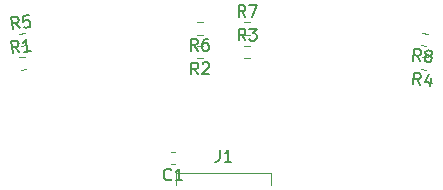
<source format=gbr>
%TF.GenerationSoftware,KiCad,Pcbnew,(5.1.10)-1*%
%TF.CreationDate,2022-02-04T19:34:21+09:00*%
%TF.ProjectId,FrontSensor,46726f6e-7453-4656-9e73-6f722e6b6963,rev?*%
%TF.SameCoordinates,Original*%
%TF.FileFunction,Legend,Top*%
%TF.FilePolarity,Positive*%
%FSLAX46Y46*%
G04 Gerber Fmt 4.6, Leading zero omitted, Abs format (unit mm)*
G04 Created by KiCad (PCBNEW (5.1.10)-1) date 2022-02-04 19:34:21*
%MOMM*%
%LPD*%
G01*
G04 APERTURE LIST*
%ADD10C,0.120000*%
%ADD11C,0.150000*%
G04 APERTURE END LIST*
D10*
%TO.C,C1*%
X-4134420Y140490000D02*
X-4415580Y140490000D01*
X-4134420Y141510000D02*
X-4415580Y141510000D01*
%TO.C,J1*%
X4000000Y138750000D02*
X4000000Y139750000D01*
X4000000Y139750000D02*
X-4000000Y139750000D01*
X-4000000Y139750000D02*
X-4000000Y138750000D01*
%TO.C,R1*%
X-17294882Y149526283D02*
X-16823416Y149580000D01*
X-17176584Y148488000D02*
X-16705118Y148541717D01*
%TO.C,R2*%
X-1756376Y149467438D02*
X-2230857Y149461640D01*
X-1769143Y150512360D02*
X-2243624Y150506562D01*
%TO.C,R3*%
X1755470Y149467864D02*
X2229940Y149461238D01*
X1770060Y150512762D02*
X2244530Y150506136D01*
%TO.C,R4*%
X17175631Y148487693D02*
X16704260Y148542232D01*
X17295740Y149525768D02*
X16824369Y149580307D01*
%TO.C,R5*%
X-17294022Y151538797D02*
X-16822463Y151591691D01*
X-17177537Y150500309D02*
X-16705978Y150553203D01*
%TO.C,R6*%
X-1755470Y152506136D02*
X-2229940Y152512762D01*
X-1770060Y151461238D02*
X-2244530Y151467864D01*
%TO.C,R7*%
X1770060Y152512762D02*
X2244530Y152506136D01*
X1755470Y151467864D02*
X2229940Y151461238D01*
%TO.C,R8*%
X17294882Y151538283D02*
X16823416Y151592000D01*
X17176584Y150500000D02*
X16705118Y150553717D01*
%TO.C,C1*%
D11*
X-4441666Y139212857D02*
X-4489285Y139165238D01*
X-4632142Y139117619D01*
X-4727380Y139117619D01*
X-4870238Y139165238D01*
X-4965476Y139260476D01*
X-5013095Y139355714D01*
X-5060714Y139546190D01*
X-5060714Y139689047D01*
X-5013095Y139879523D01*
X-4965476Y139974761D01*
X-4870238Y140070000D01*
X-4727380Y140117619D01*
X-4632142Y140117619D01*
X-4489285Y140070000D01*
X-4441666Y140022380D01*
X-3489285Y139117619D02*
X-4060714Y139117619D01*
X-3774999Y139117619D02*
X-3774999Y140117619D01*
X-3870238Y139974761D01*
X-3965476Y139879523D01*
X-4060714Y139831904D01*
%TO.C,J1*%
X-333333Y141714289D02*
X-333333Y141000003D01*
X-380952Y140857146D01*
X-476190Y140761908D01*
X-619047Y140714289D01*
X-714285Y140714289D01*
X666666Y140714289D02*
X95238Y140714289D01*
X380952Y140714289D02*
X380952Y141714289D01*
X285714Y141571431D01*
X190476Y141476193D01*
X95238Y141428574D01*
%TO.C,R1*%
X-17276265Y149986467D02*
X-17661362Y150421862D01*
X-17844020Y149921780D02*
X-17957223Y150915352D01*
X-17578720Y150958477D01*
X-17478703Y150921945D01*
X-17426000Y150880023D01*
X-17367906Y150790787D01*
X-17351734Y150648849D01*
X-17388265Y150548832D01*
X-17430188Y150496128D01*
X-17519423Y150438034D01*
X-17897926Y150394909D01*
X-16330006Y150094280D02*
X-16897761Y150029592D01*
X-16613884Y150061936D02*
X-16727087Y151055508D01*
X-16805541Y150902788D01*
X-16889385Y150797381D01*
X-16978621Y150739287D01*
%TO.C,R2*%
X-2143657Y148102723D02*
X-2482783Y148574806D01*
X-2715043Y148095742D02*
X-2727260Y149095667D01*
X-2346336Y149100321D01*
X-2250523Y149053869D01*
X-2202326Y149006836D01*
X-2153547Y148912187D01*
X-2151802Y148769340D01*
X-2198254Y148673527D01*
X-2245287Y148625330D01*
X-2339937Y148576551D01*
X-2720861Y148571897D01*
X-1773787Y149012072D02*
X-1726753Y149060269D01*
X-1632104Y149109048D01*
X-1394026Y149111957D01*
X-1298213Y149065505D01*
X-1250016Y149018471D01*
X-1201237Y148923822D01*
X-1200074Y148828591D01*
X-1245944Y148685163D01*
X-1810349Y148106795D01*
X-1191347Y148114358D01*
%TO.C,R3*%
X1846999Y150966851D02*
X1520347Y151447649D01*
X1275626Y150974829D02*
X1289588Y151974732D01*
X1670503Y151969413D01*
X1765067Y151920469D01*
X1812017Y151872189D01*
X1858302Y151776296D01*
X1856307Y151633452D01*
X1807363Y151538888D01*
X1759084Y151491939D01*
X1663190Y151445654D01*
X1282275Y151450973D01*
X2194262Y151962099D02*
X2813249Y151953456D01*
X2474629Y151577195D01*
X2617473Y151575200D01*
X2712037Y151526256D01*
X2758986Y151477977D01*
X2805271Y151382083D01*
X2801946Y151144011D01*
X2753002Y151049447D01*
X2704723Y151002497D01*
X2608829Y150956213D01*
X2323143Y150960202D01*
X2228579Y151009146D01*
X2181629Y151057425D01*
%TO.C,R4*%
X16618082Y147183250D02*
X16341690Y147694597D01*
X16050440Y147248928D02*
X16165378Y148242301D01*
X16543805Y148198515D01*
X16632939Y148140265D01*
X16674769Y148087489D01*
X16711126Y147987409D01*
X16694707Y147845498D01*
X16636457Y147756365D01*
X16583680Y147714534D01*
X16483600Y147678177D01*
X16105172Y147721963D01*
X17546169Y147746981D02*
X17469544Y147084732D01*
X17353437Y148152774D02*
X17034822Y147470588D01*
X17649767Y147399437D01*
%TO.C,R5*%
X-17274602Y151998948D02*
X-17658938Y152435014D01*
X-17842469Y151935251D02*
X-17953938Y152929019D01*
X-17575360Y152971483D01*
X-17475408Y152934777D01*
X-17422777Y152892763D01*
X-17364839Y152803426D01*
X-17348915Y152661460D01*
X-17385621Y152561507D01*
X-17427635Y152508877D01*
X-17516972Y152450938D01*
X-17895550Y152408474D01*
X-16486948Y153093568D02*
X-16960170Y153040488D01*
X-16954412Y152561957D01*
X-16912398Y152614587D01*
X-16823062Y152672526D01*
X-16586450Y152699066D01*
X-16486498Y152662360D01*
X-16433867Y152620346D01*
X-16375929Y152531009D01*
X-16349389Y152294398D01*
X-16386095Y152194445D01*
X-16428109Y152141815D01*
X-16517446Y152083876D01*
X-16754057Y152057336D01*
X-16854010Y152094042D01*
X-16906640Y152136057D01*
%TO.C,R6*%
X-2192932Y150107129D02*
X-2519584Y150587927D01*
X-2764305Y150115107D02*
X-2750343Y151115010D01*
X-2369428Y151109691D01*
X-2274864Y151060747D01*
X-2227914Y151012467D01*
X-2181629Y150916574D01*
X-2183624Y150773730D01*
X-2232568Y150679166D01*
X-2280847Y150632217D01*
X-2376741Y150585932D01*
X-2757656Y150591251D01*
X-1321911Y151095064D02*
X-1512368Y151097723D01*
X-1608262Y151051438D01*
X-1656541Y151004489D01*
X-1753765Y150862975D01*
X-1804039Y150673183D01*
X-1809357Y150292267D01*
X-1763073Y150196374D01*
X-1716123Y150148094D01*
X-1621559Y150099150D01*
X-1431102Y150096491D01*
X-1335208Y150142775D01*
X-1286929Y150189725D01*
X-1237985Y150284289D01*
X-1234660Y150522361D01*
X-1280945Y150618255D01*
X-1327894Y150666534D01*
X-1422458Y150715478D01*
X-1612916Y150718138D01*
X-1708810Y150671853D01*
X-1757089Y150624903D01*
X-1806033Y150530339D01*
%TO.C,R7*%
X1846999Y152966851D02*
X1520347Y153447649D01*
X1275626Y152974829D02*
X1289588Y153974732D01*
X1670503Y153969413D01*
X1765067Y153920469D01*
X1812017Y153872189D01*
X1858302Y153776296D01*
X1856307Y153633452D01*
X1807363Y153538888D01*
X1759084Y153491939D01*
X1663190Y153445654D01*
X1282275Y153450973D01*
X2194262Y153962099D02*
X2860864Y153952791D01*
X2418372Y152958872D01*
%TO.C,R8*%
X16621312Y149194586D02*
X16344028Y149705450D01*
X16053557Y149259273D02*
X16166760Y150252845D01*
X16545264Y150209720D01*
X16634499Y150151626D01*
X16676421Y150098922D01*
X16712953Y149998906D01*
X16696781Y149856967D01*
X16638687Y149767732D01*
X16585983Y149725809D01*
X16485967Y149689278D01*
X16107463Y149732403D01*
X17253755Y149697654D02*
X17164520Y149755748D01*
X17122598Y149808451D01*
X17086066Y149908468D01*
X17091456Y149955781D01*
X17149551Y150045016D01*
X17202254Y150086938D01*
X17302271Y150123470D01*
X17491523Y150101908D01*
X17580758Y150043813D01*
X17622680Y149991110D01*
X17659212Y149891093D01*
X17653821Y149843780D01*
X17595727Y149754545D01*
X17543023Y149712623D01*
X17443007Y149676091D01*
X17253755Y149697654D01*
X17153739Y149661122D01*
X17101035Y149619200D01*
X17042941Y149529964D01*
X17021378Y149340712D01*
X17057910Y149240696D01*
X17099832Y149187992D01*
X17189068Y149129898D01*
X17378319Y149108336D01*
X17478336Y149144867D01*
X17531039Y149186790D01*
X17589134Y149276025D01*
X17610696Y149465277D01*
X17574164Y149565293D01*
X17532242Y149617997D01*
X17443007Y149676091D01*
%TD*%
M02*

</source>
